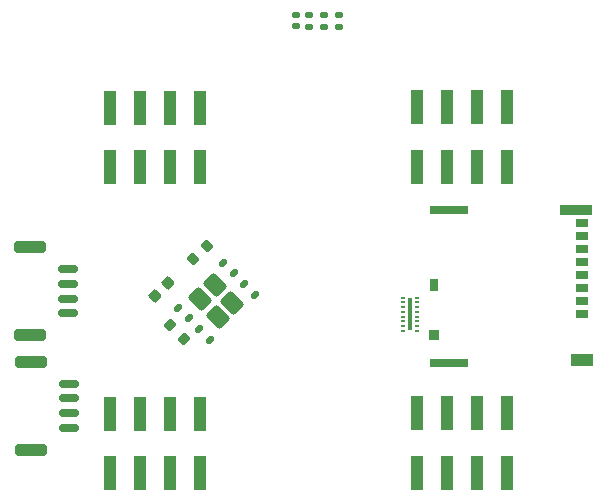
<source format=gbp>
G04 #@! TF.GenerationSoftware,KiCad,Pcbnew,8.0.1*
G04 #@! TF.CreationDate,2025-02-17T15:06:08+05:00*
G04 #@! TF.ProjectId,brain_board,62726169-6e5f-4626-9f61-72642e6b6963,rev?*
G04 #@! TF.SameCoordinates,Original*
G04 #@! TF.FileFunction,Paste,Bot*
G04 #@! TF.FilePolarity,Positive*
%FSLAX46Y46*%
G04 Gerber Fmt 4.6, Leading zero omitted, Abs format (unit mm)*
G04 Created by KiCad (PCBNEW 8.0.1) date 2025-02-17 15:06:08*
%MOMM*%
%LPD*%
G01*
G04 APERTURE LIST*
G04 Aperture macros list*
%AMRoundRect*
0 Rectangle with rounded corners*
0 $1 Rounding radius*
0 $2 $3 $4 $5 $6 $7 $8 $9 X,Y pos of 4 corners*
0 Add a 4 corners polygon primitive as box body*
4,1,4,$2,$3,$4,$5,$6,$7,$8,$9,$2,$3,0*
0 Add four circle primitives for the rounded corners*
1,1,$1+$1,$2,$3*
1,1,$1+$1,$4,$5*
1,1,$1+$1,$6,$7*
1,1,$1+$1,$8,$9*
0 Add four rect primitives between the rounded corners*
20,1,$1+$1,$2,$3,$4,$5,0*
20,1,$1+$1,$4,$5,$6,$7,0*
20,1,$1+$1,$6,$7,$8,$9,0*
20,1,$1+$1,$8,$9,$2,$3,0*%
G04 Aperture macros list end*
%ADD10R,1.000000X3.000000*%
%ADD11RoundRect,0.147500X0.172500X-0.147500X0.172500X0.147500X-0.172500X0.147500X-0.172500X-0.147500X0*%
%ADD12RoundRect,0.125000X0.088388X0.265165X-0.265165X-0.088388X-0.088388X-0.265165X0.265165X0.088388X0*%
%ADD13RoundRect,0.250000X-0.127279X0.742462X-0.742462X0.127279X0.127279X-0.742462X0.742462X-0.127279X0*%
%ADD14RoundRect,0.250000X1.100000X-0.250000X1.100000X0.250000X-1.100000X0.250000X-1.100000X-0.250000X0*%
%ADD15RoundRect,0.150000X0.700000X-0.150000X0.700000X0.150000X-0.700000X0.150000X-0.700000X-0.150000X0*%
%ADD16R,0.300000X2.800000*%
%ADD17R,0.450000X0.200000*%
%ADD18RoundRect,0.225000X0.017678X-0.335876X0.335876X-0.017678X-0.017678X0.335876X-0.335876X0.017678X0*%
%ADD19R,3.330000X0.700000*%
%ADD20R,2.800000X0.860000*%
%ADD21R,1.830000X1.140000*%
%ADD22R,0.780000X1.050000*%
%ADD23R,0.930000X0.900000*%
%ADD24R,1.100000X0.700000*%
%ADD25RoundRect,0.200000X0.335876X0.053033X0.053033X0.335876X-0.335876X-0.053033X-0.053033X-0.335876X0*%
%ADD26RoundRect,0.200000X-0.053033X0.335876X-0.335876X0.053033X0.053033X-0.335876X0.335876X-0.053033X0*%
G04 APERTURE END LIST*
D10*
X147347479Y-73219999D03*
X147347479Y-78259999D03*
X144807480Y-73219999D03*
X144807480Y-78259999D03*
X142267478Y-73219999D03*
X142267478Y-78259999D03*
X139727479Y-73219999D03*
X139727479Y-78259999D03*
D11*
X155425000Y-65365000D03*
X155425000Y-66335000D03*
D12*
X145443773Y-90162150D03*
X146341799Y-91060176D03*
X147239824Y-91958201D03*
X148137850Y-92856227D03*
X151956227Y-89037850D03*
X151058201Y-88139824D03*
X150160176Y-87241799D03*
X149262150Y-86343773D03*
D13*
X147338819Y-89440901D03*
X148859099Y-90961181D03*
X148540901Y-88238819D03*
X150061181Y-89759099D03*
D11*
X157800000Y-65390000D03*
X157800000Y-66360000D03*
X159100000Y-65390000D03*
X159100000Y-66360000D03*
D10*
X173322479Y-73169999D03*
X173322479Y-78209999D03*
X170782480Y-73169999D03*
X170782480Y-78209999D03*
X168242478Y-73169999D03*
X168242478Y-78209999D03*
X165702479Y-73169999D03*
X165702479Y-78209999D03*
D14*
X133000000Y-94725000D03*
X133000000Y-102175000D03*
D15*
X136200000Y-96575000D03*
X136200000Y-97825000D03*
X136200000Y-99075000D03*
X136200000Y-100325000D03*
D16*
X165099999Y-90699999D03*
D17*
X165675000Y-92099999D03*
X165675000Y-91699999D03*
X165675000Y-91299999D03*
X165675000Y-90899999D03*
X165675000Y-90499999D03*
X165675000Y-90099999D03*
X165675000Y-89699999D03*
X165675000Y-89299999D03*
X164524999Y-89299999D03*
X164525000Y-89699999D03*
X164525000Y-90099999D03*
X164525000Y-90500000D03*
X164525000Y-90899998D03*
X164525000Y-91299999D03*
X164525000Y-91699999D03*
X164524999Y-92099999D03*
D11*
X156500000Y-65372500D03*
X156500000Y-66342500D03*
D10*
X165677479Y-104145000D03*
X165677479Y-99105000D03*
X168217478Y-104145000D03*
X168217478Y-99105000D03*
X170757480Y-104145000D03*
X170757480Y-99105000D03*
X173297479Y-104145000D03*
X173297479Y-99105000D03*
D14*
X132950000Y-85025000D03*
X132950000Y-92475000D03*
D15*
X136150000Y-86875000D03*
X136150000Y-88125000D03*
X136150000Y-89375000D03*
X136150000Y-90625000D03*
D18*
X144598008Y-88076992D03*
X143501992Y-89173008D03*
D10*
X139727479Y-104170000D03*
X139727479Y-99130000D03*
X142267478Y-104170000D03*
X142267478Y-99130000D03*
X144807480Y-104170000D03*
X144807480Y-99130000D03*
X147347479Y-104170000D03*
X147347479Y-99130000D03*
D19*
X168360000Y-81840000D03*
X168360000Y-94800000D03*
D20*
X179125000Y-81920000D03*
D21*
X179610000Y-94579999D03*
D22*
X167085000Y-88224999D03*
D23*
X167160000Y-92490000D03*
D24*
X179625001Y-83000000D03*
X179625000Y-84100000D03*
X179625000Y-85200000D03*
X179625000Y-86300000D03*
X179625000Y-87400000D03*
X179625000Y-88500000D03*
X179625000Y-89600000D03*
X179625001Y-90700000D03*
D25*
X144791637Y-91616637D03*
X145958363Y-92783363D03*
D26*
X146716637Y-86058363D03*
X147883363Y-84891637D03*
M02*

</source>
